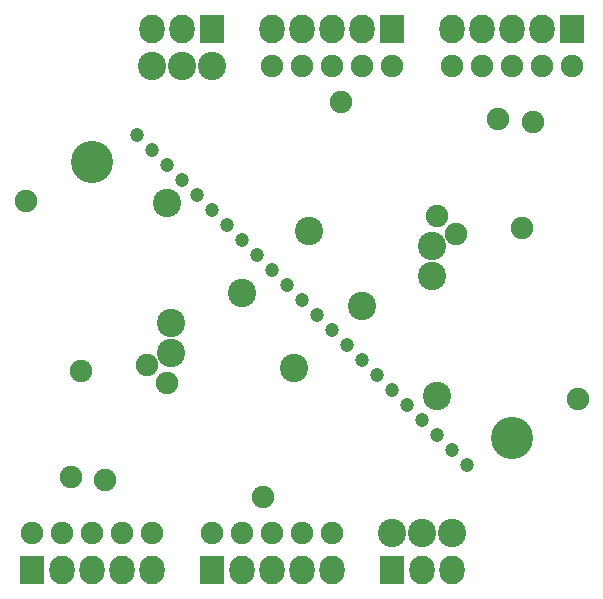
<source format=gbs>
G04 #@! TF.FileFunction,Soldermask,Bot*
%FSLAX46Y46*%
G04 Gerber Fmt 4.6, Leading zero omitted, Abs format (unit mm)*
G04 Created by KiCad (PCBNEW 4.0.5) date 03/25/17 21:50:00*
%MOMM*%
%LPD*%
G01*
G04 APERTURE LIST*
%ADD10C,0.100000*%
%ADD11R,2.127200X2.432000*%
%ADD12O,2.127200X2.432000*%
%ADD13C,3.575000*%
%ADD14C,1.200000*%
%ADD15C,2.400000*%
%ADD16C,1.900000*%
G04 APERTURE END LIST*
D10*
D11*
X71247000Y-50609500D03*
D12*
X68707000Y-50609500D03*
X66167000Y-50609500D03*
D11*
X86487000Y-50609500D03*
D12*
X83947000Y-50609500D03*
X81407000Y-50609500D03*
X78867000Y-50609500D03*
X76327000Y-50609500D03*
D11*
X101727000Y-50609500D03*
D12*
X99187000Y-50609500D03*
X96647000Y-50609500D03*
X94107000Y-50609500D03*
X91567000Y-50609500D03*
D13*
X96647000Y-85217000D03*
D14*
X87757000Y-82486500D03*
X90297000Y-85026500D03*
X89027000Y-83756500D03*
X91567000Y-86296500D03*
X92837000Y-87566500D03*
X86487000Y-81216500D03*
X85217000Y-79946500D03*
X83947000Y-78676500D03*
X82677000Y-77406500D03*
X81407000Y-76136500D03*
X80137000Y-74866500D03*
X78867000Y-73596500D03*
X77597000Y-72326500D03*
X76327000Y-71056500D03*
X75057000Y-69786500D03*
X73787000Y-68516500D03*
X72517000Y-67246500D03*
X71247000Y-65976500D03*
X69977000Y-64706500D03*
X68707000Y-63436500D03*
X67437000Y-62166500D03*
X66167000Y-60896500D03*
X64897000Y-59626500D03*
D13*
X61087000Y-61849000D03*
D11*
X56007000Y-96456500D03*
D12*
X58547000Y-96456500D03*
X61087000Y-96456500D03*
X63627000Y-96456500D03*
X66167000Y-96456500D03*
D11*
X71247000Y-96456500D03*
D12*
X73787000Y-96456500D03*
X76327000Y-96456500D03*
X78867000Y-96456500D03*
X81407000Y-96456500D03*
D11*
X86487000Y-96456500D03*
D12*
X89027000Y-96456500D03*
X91567000Y-96456500D03*
D15*
X89916000Y-71564500D03*
X83947000Y-74104500D03*
X66167000Y-53784500D03*
X79502000Y-67754500D03*
X78232000Y-79311500D03*
X91567000Y-93281500D03*
X73787000Y-72961500D03*
X67818000Y-75501500D03*
X68707000Y-53784500D03*
X89027000Y-93281500D03*
X71247000Y-53784500D03*
X90297000Y-81724500D03*
X89916000Y-69024500D03*
X67818000Y-78041500D03*
X67437000Y-65341500D03*
X86487000Y-93281500D03*
D16*
X86487000Y-53784500D03*
X71247000Y-93281500D03*
X76327000Y-53784500D03*
X98425000Y-58483500D03*
X59309000Y-88582500D03*
X81407000Y-93281500D03*
X83947000Y-53784500D03*
X95504000Y-58229500D03*
X62230000Y-88836500D03*
X73787000Y-93281500D03*
X99187000Y-53784500D03*
X58547000Y-93281500D03*
X91567000Y-53784500D03*
X66167000Y-93281500D03*
X101727000Y-53784500D03*
X91948000Y-68008500D03*
X102235000Y-81915000D03*
X55499000Y-65151000D03*
X65786000Y-79057500D03*
X56007000Y-93281500D03*
X94107000Y-53784500D03*
X90297000Y-66484500D03*
X67437000Y-80581500D03*
X63627000Y-93281500D03*
X78867000Y-53784500D03*
X78867000Y-93281500D03*
X81407000Y-53784500D03*
X82169000Y-56832500D03*
X75565000Y-90233500D03*
X76327000Y-93281500D03*
X96647000Y-53784500D03*
X97536000Y-67500500D03*
X60198000Y-79565500D03*
X61087000Y-93281500D03*
M02*

</source>
